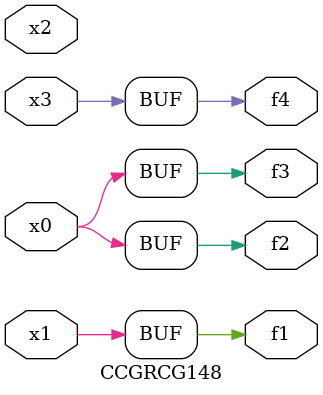
<source format=v>
module CCGRCG148(
	input x0, x1, x2, x3,
	output f1, f2, f3, f4
);
	assign f1 = x1;
	assign f2 = x0;
	assign f3 = x0;
	assign f4 = x3;
endmodule

</source>
